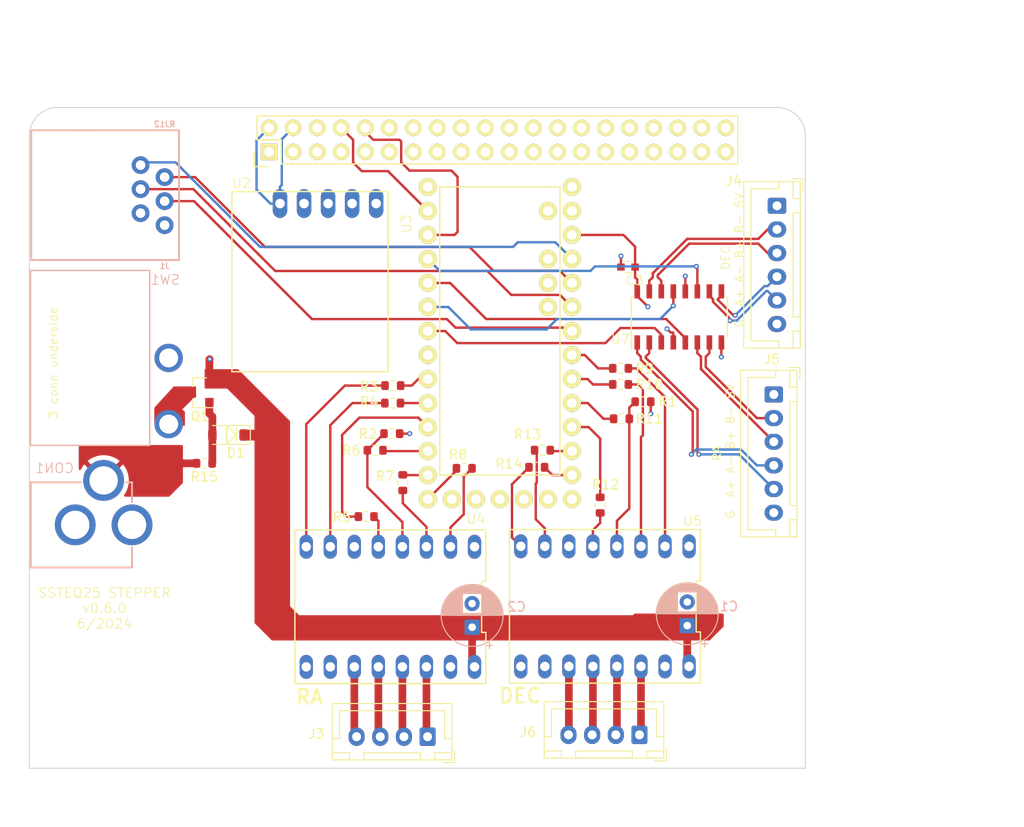
<source format=kicad_pcb>
(kicad_pcb (version 20240108) (generator "pcbnew") (generator_version "8.0")
  (title_block (title "SSTEQ25 Shield") (date "2024-06-08") (rev "0.6.0") (company "StarSync Trackers"))
  (layers (0 "F.Cu" signal) (1 "In1.Cu" signal) (2 "In2.Cu" signal) (31 "B.Cu" signal) (34 "B.Paste" user) (35 "F.Paste" user) (36 "B.SilkS" user "B.Silkscreen") (37 "F.SilkS" user "F.Silkscreen") (38 "B.Mask" user) (39 "F.Mask" user) (44 "Edge.Cuts" user))
  (net 0 "")
  (net 1 "+12V")
  (net 2 "GND")
  (net 3 "AG_RA-X")
  (net 4 "AG_DEC-Y")
  (net 5 "AG_DEC+Y")
  (net 6 "AG_RA+X")
  (net 7 "+5V")
  (net 8 "RPI_TX")
  (net 9 "RPI_RX")
  (net 10 "+3V3")
  (net 11 "+12C")
  (net 12 "RA_DIR")
  (net 13 "RA_STEP")
  (net 20 "DEC_STEP")
  (net 21 "DEC_DIR")
  (net 24 "RA_ENC_A")
  (net 25 "DEC_ENC_A")
  (net 26 "RA_ENC_B")
  (net 27 "DEC_ENC_B")
  (net 28 "RA_ENC_A+")
  (net 29 "RA_ENC_A-")
  (net 30 "RA_ENC_B+")
  (net 31 "RA_ENC_B-")
  (net 32 "DEC_ENC_A+")
  (net 33 "DEC_ENC_A-")
  (net 34 "DEC_ENC_B+")
  (net 35 "DEC_ENC_B-")
  (net 58 "Net-(J3-Pin_1)")
  (net 59 "Net-(J3-Pin_4)")
  (net 60 "Net-(J3-Pin_3)")
  (net 61 "Net-(J3-Pin_2)")
  (net 62 "Net-(J6-Pin_4)")
  (net 63 "Net-(J6-Pin_3)")
  (net 64 "Net-(J6-Pin_2)")
  (net 65 "Net-(J6-Pin_1)")
  (net 66 "Net-(Q1-D)")
  (net 74 "DEC_CS")
  (net 75 "RA_CS")
  (net 82 "Net-(D1-A)")
  (net 83 "Net-(U3-11(DOUT))")
  (net 84 "Net-(U3-12(DIN))")
  (net 85 "Net-(U3-18{slash}A4)")
  (net 86 "Net-(U3-7(RX3))")
  (net 87 "Net-(U3-8(TX3))")
  (net 88 "Net-(U3-9(RX2))")
  (net 89 "RA_MISO")
  (net 90 "Net-(U3-10(CS)(TX2))")
  (net 91 "RA_SCK")
  (net 92 "RA_MOSI")
  (net 93 "Net-(U3-19{slash}A5)")
  (net 94 "DEC_SCK")
  (net 95 "Net-(U3-17{slash}A3)")
  (net 96 "Net-(U3-16{slash}A2)")
  (net 97 "DEC_MISO")
  (net 98 "Net-(U3-15{slash}A1)")
  (net 99 "Net-(U3-14{slash}A0)")
  (net 101 "DEC_MOSI")
  (footprint "RPi_Hat:RPi_Hat_Mounting_Hole" (layer "F.Cu") (at 177.2605 69.532)
    (property "Reference" "" (hide yes))
    (property "Value" "" (hide yes))
  )
  (footprint "RPi_Hat:RPi_Hat_Mounting_Hole" (layer "F.Cu") (at 119.2605 69.532)
    (property "Reference" "" (hide yes))
    (property "Value" "" (hide yes))
  )
  (footprint "RPi_Hat:RPi_Hat_Mounting_Hole" (layer "F.Cu") (at 119.2605 118.532)
    (property "Reference" "" (hide yes))
    (property "Value" "" (hide yes))
  )
  (footprint "RPi_Hat:RPi_Hat_Mounting_Hole" (layer "F.Cu") (at 177.2605 118.532)
    (property "Reference" "" (hide yes))
    (property "Value" "" (hide yes))
  )
  (footprint "RPi_Hat:Pin_Header_Straight_2x20" (layer "F.Cu") (at 148.2605 69.532 90)
    (property "Reference" "J2" (hide yes))
    (property "Value" "RPi_GPIO")
  )
  (footprint "custom_footprints:Teensy-3.1" (layer "F.Cu") (at 140.9 77.04 -90)
    (property "Reference" "U3")
    (property "Value" "Teensy_4.0")
  )
  (footprint "Capacitors_SMD:C_0603" (layer "F.Cu") (at 162.06 82.98)
    (property "Reference" "C3")
    (property "Value" "0.1u")
  )
  (footprint "isadore_custom_footprints:pololu_D24V22F5" (layer "F.Cu") (at 130.3655 76.2635 180)
    (property "Reference" "U2")
    (property "Value" "pololu_D24V22F5")
  )
  (footprint "Housings_SOIC:SOIC-16_3.9x9.9mm_Pitch1.27mm" (layer "F.Cu") (at 167.48 88.25 90)
    (property "Reference" "U7")
    (property "Value" "AM26LV32CDRG4")
  )
  (footprint "custom_footprints:pololu_a4988" (layer "F.Cu") (at 159.62 118.855 180)
    (property "Reference" "U5")
    (property "Value" "TMC5160Tprov10")
  )
  (footprint "Connector_JST:JST_XH_B6B-XH-A_1x06_P2.50mm_Vertical" (layer "F.Cu") (at 177.8 76.5 -90)
    (property "Reference" "J4")
    (property "Value" "DEC_ENC")
  )
  (footprint "Connector_JST:JST_XH_B6B-XH-A_1x06_P2.50mm_Vertical" (layer "F.Cu") (at 177.463 96.451 -90)
    (property "Reference" "J5")
    (property "Value" "RA_ENC")
  )
  (footprint "Package_TO_SOT_SMD:SOT-23" (layer "F.Cu") (at 116.824 96.266 180)
    (property "Reference" "Q1")
    (property "Value" "Si2369DS")
  )
  (footprint "custom_footprints:pololu_a4988" (layer "F.Cu") (at 136.95 118.9 180)
    (property "Reference" "U4")
    (property "Value" "TMC5160Tprov10")
  )
  (footprint "Resistor_SMD:R_0603_1608Metric" (layer "F.Cu") (at 137.19 97.36)
    (property "Reference" "R4")
    (property "Value" "47")
  )
  (footprint "Connector_JST:JST_XH_B4B-XH-A_1x04_P2.50mm_Vertical" (layer "F.Cu") (at 140.881 132.633 180)
    (property "Reference" "J3")
    (property "Value" "RA_STEP")
  )
  (footprint "Diode_SMD:D_SOD-123" (layer "F.Cu") (at 119.7875 100.73 180)
    (property "Reference" "D1")
    (property "Value" "10V")
  )
  (footprint "Resistor_SMD:R_0603_1608Metric" (layer "F.Cu") (at 138.26 105.77 -90)
    (property "Reference" "R7")
    (property "Value" "47")
  )
  (footprint "Resistor_SMD:R_0603_1608Metric" (layer "F.Cu") (at 161.37 99.02)
    (property "Reference" "R11")
    (property "Value" "47")
  )
  (footprint "Resistor_SMD:R_0603_1608Metric" (layer "F.Cu") (at 137.21 95.51)
    (property "Reference" "R3")
    (property "Value" "47")
  )
  (footprint "Resistor_SMD:R_0603_1608Metric" (layer "F.Cu") (at 135.34 102.35 180)
    (property "Reference" "R6")
    (property "Value" "47")
  )
  (footprint "Resistor_SMD:R_0603_1608Metric" (layer "F.Cu") (at 153.015 102.34 180)
    (property "Reference" "R13")
    (property "Value" "47")
  )
  (footprint "Resistor_SMD:R_0603_1608Metric" (layer "F.Cu") (at 117.29 103.73 180)
    (property "Reference" "R15")
    (property "Value" "100k")
  )
  (footprint "Resistor_SMD:R_0603_1608Metric" (layer "F.Cu") (at 159.12 108.15 -90)
    (property "Reference" "R12")
    (property "Value" "47")
  )
  (footprint "Resistor_SMD:R_0603_1608Metric" (layer "F.Cu") (at 137.1 100.59 180)
    (property "Reference" "R2")
    (property "Value" "4.7k")
  )
  (footprint "Resistor_SMD:R_0603_1608Metric" (layer "F.Cu") (at 163.64 97.22 180)
    (property "Reference" "R1")
    (property "Value" "4.7k")
  )
  (footprint "Resistor_SMD:R_0603_1608Metric" (layer "F.Cu") (at 161.27 95.39)
    (property "Reference" "R10")
    (property "Value" "47")
  )
  (footprint "Resistor_SMD:R_0603_1608Metric" (layer "F.Cu") (at 144.75 104.26 180)
    (property "Reference" "R8")
    (property "Value" "47")
  )
  (footprint "Resistor_SMD:R_0603_1608Metric" (layer "F.Cu") (at 134.39 109.36 180)
    (property "Reference" "R5")
    (property "Value" "47")
  )
  (footprint "Connector_JST:JST_XH_B4B-XH-A_1x04_P2.50mm_Vertical" (layer "F.Cu") (at 163.2705 132.438 180)
    (property "Reference" "J6")
    (property "Value" "DEC_STEP")
  )
  (footprint "Resistor_SMD:R_0603_1608Metric" (layer "F.Cu") (at 152.42 104.15 180)
    (property "Reference" "R14")
    (property "Value" "47")
  )
  (footprint "Resistor_SMD:R_0603_1608Metric" (layer "F.Cu") (at 161.27 93.69)
    (property "Reference" "R9")
    (property "Value" "47")
  )
  (footprint "isadore_custom_footprints:POWER_JACK_PTH" (layer "B.Cu") (at 95.9485 110.236 90)
    (property "Reference" "CON1")
    (property "Value" "BARREL_JACK" (hide yes))
  )
  (footprint "Sparkfuncon:RJ11-6" (layer "B.Cu") (at 104.2035 75.3745 90)
    (property "Reference" "J1")
    (property "Value" "RJ12")
  )
  (footprint "custom_footprints:PWR_SWITCH_RA1H1C112R" (layer "B.Cu") (at 105.2195 92.583 -90)
    (property "Reference" "SW1")
    (property "Value" "SW_SPST" (hide yes))
  )
  (footprint "Capacitor_THT:CP_Radial_D6.3mm_P2.50mm" (layer "B.Cu") (at 168.3195 120.889 90)
    (property "Reference" "C1")
    (property "Value" "100u/35V")
  )
  (footprint "Capacitor_THT:CP_Radial_D6.3mm_P2.50mm" (layer "B.Cu") (at 145.586 121.059 90)
    (property "Reference" "C2")
    (property "Value" "100u/35V")
  )
  (gr_poly (pts (xy 115.14 99.67) (xy 115.14 98.33) (xy 114.83 98.02) (xy 116.16 96.69) (xy 116.31 96.69) (xy 116.32 96.68) (xy 116.32 95.7) (xy 114.1 95.7) (xy 112.1 97.89) (xy 112.102862 99.467138)) (stroke (width 0.2)) (fill solid) (layer "F.Cu") (net 66))
  (gr_poly (pts (xy 120.81 93.87) (xy 126.25 99.31) (xy 126.25 118.88) (xy 127.26 119.89) (xy 162.61 119.89) (xy 162.79 119.71) (xy 172.07 119.71) (xy 172.07 120.94) (xy 170.65 122.36) (xy 124.47 122.36) (xy 122.69 120.58) (xy 122.69 103.98) (xy 122.69 101.22) (xy 121.172785 101.22) (xy 121.172785 100.27) (xy 122.69 100.27) (xy 122.69 98.68) (xy 119.74 95.73) (xy 117.44 95.73) (xy 117.42 95.71) (xy 117.42 93.86) (xy 117.43 93.87)) (stroke (width 0.2)) (fill solid) (layer "F.Cu") (net 11))
  (gr_line (start 119.66 99.73) (end 120.67 100.74) (stroke (width 0.15)) (layer "F.SilkS"))
  (gr_line (start 120.68 100) (end 120.68 101.35) (stroke (width 0.15)) (layer "F.SilkS"))
  (gr_line (start 120.68 100.675) (end 119.66 101.695) (stroke (width 0.15)) (layer "F.SilkS"))
  (gr_line (start 119.66 101.695) (end 119.66 99.73) (stroke (width 0.15)) (layer "F.SilkS"))
  (gr_line (start 101.8 66.1) (end 177.8 66.1) (stroke (width 0.1)) (layer "Edge.Cuts"))
  (gr_line (start 180.8 69.1) (end 180.8 119.1) (stroke (width 0.1)) (layer "Edge.Cuts"))
  (gr_line (start 98.8 119.1) (end 98.8 69.1) (stroke (width 0.1)) (layer "Edge.Cuts"))
  (gr_line (start 180.8 119.1) (end 180.8 130.5) (stroke (width 0.1)) (layer "Edge.Cuts"))
  (gr_line (start 180.8 135.97) (end 180.8 130.5) (stroke (width 0.1)) (layer "Edge.Cuts"))
  (gr_line (start 98.8 135.97) (end 180.8 135.97) (stroke (width 0.1)) (layer "Edge.Cuts"))
  (gr_line (start 98.8 119.1) (end 98.8 130.5) (stroke (width 0.1)) (layer "Edge.Cuts"))
  (gr_arc (start 98.8 69.1) (mid 99.67868 66.97868) (end 101.8 66.1) (stroke (width 0.1)) (layer "Edge.Cuts"))
  (gr_arc (start 177.8 66.1) (mid 179.92132 66.97868) (end 180.8 69.1) (stroke (width 0.1)) (layer "Edge.Cuts"))
  (gr_line (start 98.8 130.5) (end 98.8 135.97) (stroke (width 0.1)) (layer "Edge.Cuts"))
  (gr_text "SSTEQ25 STEPPER\nv0.6.0\n6/2024" (at 106.7435 119.0625 0) (layer "F.SilkS") (effects (font (size 1.016 1.016) (thickness 0.1016))))
  (gr_text "3 conn underside" (at 101.346 93.091 90) (layer "F.SilkS") (effects (font (size 0.889 0.889) (thickness 0.1016))))
  (gr_text "RA" (at 128.406 128.433 0) (layer "F.SilkS") (effects (font (size 1.524 1.524) (thickness 0.254))))
  (gr_text "         RA\nG  A+ A- B+ B- 5V" (at 173.4 109.66 90) (layer "F.SilkS") (effects (font (size 0.889 0.889) (thickness 0.1016)) (justify left bottom)))
  (gr_text "DEC" (at 150.6455 128.313 0) (layer "F.SilkS") (effects (font (size 1.524 1.524) (thickness 0.254))))
  (gr_text "         DEC\nG  A+ A- B+ B- 5V" (at 173.101 89.454 90) (layer "F.SilkS") (effects (font (size 0.889 0.889) (thickness 0.1016)) (justify left)))
  (segment (start 113.4 103.74) (end 115.06 103.74) (width 0.8128) (layer "F.Cu") (net 2))
  (segment (start 115.06 103.74) (end 115.08 103.72) (width 0.8128) (layer "F.Cu") (net 2))
  (segment (start 168.115 83.945) (end 168.11 83.94) (width 0.254) (layer "F.Cu") (net 2))
  (segment (start 161.31 82.98) (end 161.31 81.82) (width 0.254) (layer "F.Cu") (net 2))
  (segment (start 113.41 103.73) (end 113.4 103.74) (width 0.8128) (layer "F.Cu") (net 2))
  (segment (start 168.115 85.55) (end 168.115 83.945) (width 0.254) (layer "F.Cu") (net 2))
  (segment (start 161.31 81.82) (end 161.32 81.81) (width 0.254) (layer "F.Cu") (net 2))
  (segment (start 116.465 103.73) (end 113.41 103.73) (width 0.8128) (layer "F.Cu") (net 2))
  (segment (start 171.925 90.95) (end 171.925 92.475) (width 0.254) (layer "F.Cu") (net 2))
  (segment (start 171.925 92.475) (end 171.92 92.48) (width 0.254) (layer "F.Cu") (net 2))
  (via (at 168.11 83.94) (size 0.5334) (drill 0.254) (layers "F.Cu" "B.Cu") (net 2))
  (via (at 171.92 92.48) (size 0.5334) (drill 0.254) (layers "F.Cu" "B.Cu") (net 2))
  (via (at 161.32 81.81) (size 0.5334) (drill 0.254) (layers "F.Cu" "B.Cu") (net 2))
  (segment (start 156.14 89.74) (end 155.7844 89.3844) (width 0.254) (layer "F.Cu") (net 3))
  (segment (start 155.7844 89.3844) (end 143.8244 89.3844) (width 0.254) (layer "F.Cu") (net 3))
  (segment (start 116.1995 76.0095) (end 113.0935 76.0095) (width 0.254) (layer "F.Cu") (net 3))
  (segment (start 142.92 88.48) (end 128.67 88.48) (width 0.254) (layer "F.Cu") (net 3))
  (segment (start 128.67 88.48) (end 116.1995 76.0095) (width 0.254) (layer "F.Cu") (net 3))
  (segment (start 143.8244 89.3844) (end 142.92 88.48) (width 0.254) (layer "F.Cu") (net 3))
  (segment (start 147.19 83.39) (end 124.78 83.39) (width 0.254) (layer "F.Cu") (net 4))
  (segment (start 116.1295 74.7395) (end 110.5535 74.7395) (width 0.254) (layer "F.Cu") (net 4))
  (segment (start 124.78 83.39) (end 116.1295 74.7395) (width 0.254) (layer "F.Cu") (net 4))
  (segment (start 149.72 85.92) (end 147.19 83.39) (width 0.254) (layer "F.Cu") (net 4))
  (segment (start 154.86 85.92) (end 149.72 85.92) (width 0.254) (layer "F.Cu") (net 4))
  (segment (start 156.14 87.2) (end 154.86 85.92) (width 0.254) (layer "F.Cu") (net 4))
  (segment (start 116.3095 73.4695) (end 113.0935 73.4695) (width 0.254) (layer "F.Cu") (net 5))
  (segment (start 156.14 84.66) (end 154.85 83.37) (width 0.254) (layer "F.Cu") (net 5))
  (segment (start 154.85 83.37) (end 147.83 83.37) (width 0.254) (layer "F.Cu") (net 5))
  (segment (start 147.83 83.37) (end 145.31 80.85) (width 0.254) (layer "F.Cu") (net 5))
  (segment (start 145.31 80.85) (end 123.69 80.85) (width 0.254) (layer "F.Cu") (net 5))
  (segment (start 123.69 80.85) (end 116.3095 73.4695) (width 0.254) (layer "F.Cu") (net 5))
  (segment (start 149.93 80.84) (end 123.17 80.84) (width 0.254) (layer "B.Cu") (net 6))
  (segment (start 110.843 71.91) (end 110.5535 72.1995) (width 0.254) (layer "B.Cu") (net 6))
  (segment (start 123.17 80.84) (end 115.01 72.68) (width 0.254) (layer "B.Cu") (net 6))
  (segment (start 115.01 72.67) (end 114.25 71.91) (width 0.254) (layer "B.Cu") (net 6))
  (segment (start 115.01 72.68) (end 115.01 72.67) (width 0.254) (layer "B.Cu") (net 6))
  (segment (start 150.41 80.36) (end 149.93 80.84) (width 0.254) (layer "B.Cu") (net 6))
  (segment (start 156.14 82.12) (end 154.38 80.36) (width 0.254) (layer "B.Cu") (net 6))
  (segment (start 114.25 71.91) (end 110.843 71.91) (width 0.254) (layer "B.Cu") (net 6))
  (segment (start 154.38 80.36) (end 150.41 80.36) (width 0.254) (layer "B.Cu") (net 6))
  (segment (start 124.2695 76.2635) (end 122.809 74.803) (width 0.254) (layer "B.Cu") (net 7))
  (segment (start 125.476 74.295) (end 125.476 69.4565) (width 0.254) (layer "B.Cu") (net 7))
  (segment (start 122.809 74.803) (end 122.809 69.5835) (width 0.254) (layer "B.Cu") (net 7))
  (segment (start 125.476 69.4565) (end 126.6705 68.262) (width 0.254) (layer "B.Cu") (net 7))
  (segment (start 126.302 68.262) (end 126.6705 68.262) (width 0.254) (layer "B.Cu") (net 7))
  (segment (start 125.2855 74.4855) (end 125.476 74.295) (width 0.254) (layer "B.Cu") (net 7))
  (segment (start 125.2855 76.2635) (end 125.2855 74.4855) (width 0.254) (layer "B.Cu") (net 7))
  (segment (start 122.809 69.5835) (end 124.1305 68.262) (width 0.254) (layer "B.Cu") (net 7))
  (segment (start 125.2855 77.6605) (end 125.2855 76.2635) (width 0.254) (layer "B.Cu") (net 7))
  (segment (start 125.2855 76.2635) (end 124.2695 76.2635) (width 0.254) (layer "B.Cu") (net 7))
  (segment (start 124.1305 68.262) (end 123.889 68.262) (width 0.254) (layer "B.Cu") (net 7))
  (segment (start 140.9 77.04) (end 136.7 72.84) (width 0.254) (layer "F.Cu") (net 8))
  (segment (start 136.7 72.84) (end 133.93 72.84) (width 0.254) (layer "F.Cu") (net 8))
  (segment (start 133.93 72.84) (end 133.01 71.92) (width 0.254) (layer "F.Cu") (net 8))
  (segment (start 133.01 69.5215) (end 131.7505 68.262) (width 0.254) (layer "F.Cu") (net 8))
  (segment (start 133.01 71.92) (end 133.01 69.5215) (width 0.254) (layer "F.Cu") (net 8))
  (segment (start 138.09 69.7) (end 137.91 69.52) (width 0.254) (layer "F.Cu") (net 9))
  (segment (start 144.05 79.26) (end 144.05 73.46) (width 0.254) (layer "F.Cu") (net 9))
  (segment (start 144.05 73.46) (end 143.95 73.36) (width 0.254) (layer "F.Cu") (net 9))
  (segment (start 143.73 79.58) (end 144.05 79.26) (width 0.254) (layer "F.Cu") (net 9))
  (segment (start 143.95 73.36) (end 143.95 73.33) (width 0.254) (layer "F.Cu") (net 9))
  (segment (start 135.14 69.52) (end 134.2905 68.6705) (width 0.254) (layer "F.Cu") (net 9))
  (segment (start 134.2905 68.6705) (end 134.2905 68.262) (width 0.254) (layer "F.Cu") (net 9))
  (segment (start 140.9 79.58) (end 143.73 79.58) (width 0.254) (layer "F.Cu") (net 9))
  (segment (start 137.91 69.52) (end 135.14 69.52) (width 0.254) (layer "F.Cu") (net 9))
  (segment (start 143.4 72.78) (end 138.97 72.78) (width 0.254) (layer "F.Cu") (net 9))
  (segment (start 138.97 72.78) (end 138.09 71.9) (width 0.254) (layer "F.Cu") (net 9))
  (segment (start 143.95 73.33) (end 143.4 72.78) (width 0.254) (layer "F.Cu") (net 9))
  (segment (start 138.09 71.9) (end 138.09 69.7) (width 0.254) (layer "F.Cu") (net 9))
  (segment (start 162.81 82.98) (end 162.81 80.82) (width 0.254) (layer "F.Cu") (net 10))
  (segment (start 162.81 82.98) (end 162.81 84.07) (width 0.254) (layer "F.Cu") (net 10))
  (segment (start 162.81 80.82) (end 161.57 79.58) (width 0.254) (layer "F.Cu") (net 10))
  (segment (start 163.035 85.55) (end 163.035 86.045) (width 0.254) (layer "F.Cu") (net 10))
  (segment (start 166.57 89.9) (end 166.79 89.9) (width 0.254) (layer "F.Cu") (net 10))
  (segment (start 163.035 86.045) (end 164.16 87.17) (width 0.254) (layer "F.Cu") (net 10))
  (segment (start 164.465 98.485) (end 164.46 98.49) (width 0.254) (layer "F.Cu") (net 10))
  (segment (start 166.18 89.51) (end 166.57 89.9) (width 0.254) (layer "F.Cu") (net 10))
  (segment (start 166.79 89.9) (end 166.845 89.955) (width 0.254) (layer "F.Cu") (net 10))
  (segment (start 166.845 89.955) (end 166.845 90.95) (width 0.254) (layer "F.Cu") (net 10))
  (segment (start 163.035 84.295) (end 163.035 85.55) (width 0.254) (layer "F.Cu") (net 10))
  (segment (start 163.02 85.535) (end 163.035 85.55) (width 0.254) (layer "F.Cu") (net 10))
  (segment (start 162.81 84.07) (end 163.035 84.295) (width 0.254) (layer "F.Cu") (net 10))
  (segment (start 164.465 97.22) (end 164.465 98.485) (width 0.254) (layer "F.Cu") (net 10))
  (segment (start 138.99 100.59) (end 137.925 100.59) (width 0.254) (layer "F.Cu") (net 10))
  (segment (start 161.57 79.58) (end 156.14 79.58) (width 0.254) (layer "F.Cu") (net 10))
  (via (at 164.16 87.17) (size 0.5334) (drill 0.254) (layers "F.Cu" "B.Cu") (net 10))
  (via (at 138.99 100.59) (size 0.5334) (drill 0.254) (layers "F.Cu" "B.Cu") (net 10))
  (via (at 164.46 98.49) (size 0.5334) (drill 0.254) (layers "F.Cu" "B.Cu") (net 10))
  (via (at 166.18 89.51) (size 0.5334) (drill 0.254) (layers "F.Cu" "B.Cu") (net 10))
  (segment (start 145.586 121.059) (end 145.586 124.996) (width 0.8128) (layer "F.Cu") (net 11))
  (segment (start 145.586 124.996) (end 145.84 125.25) (width 0.8128) (layer "F.Cu") (net 11))
  (segment (start 117.824 95.316) (end 117.824 92.742) (width 0.8128) (layer "F.Cu") (net 11))
  (segment (start 168.3195 120.889) (end 168.3195 125.0145) (width 0.8128) (layer "F.Cu") (net 11))
  (segment (start 168.3195 125.0145) (end 168.51 125.205) (width 0.8128) (layer "F.Cu") (net 11))
  (segment (start 117.824 92.742) (end 117.856 92.71) (width 0.8128) (layer "F.Cu") (net 11))
  (via (at 117.856 92.71) (size 0.5334) (drill 0.254) (layers "F.Cu" "B.Cu") (net 11))
  (segment (start 128.06 99.59) (end 128.06 112.55) (width 0.254) (layer "F.Cu") (net 12))
  (segment (start 136.385 95.51) (end 132.14 95.51) (width 0.254) (layer "F.Cu") (net 12))
  (segment (start 132.14 95.51) (end 128.06 99.59) (width 0.254) (layer "F.Cu") (net 12))
  (segment (start 130.6 99.72) (end 130.6 112.55) (width 0.254) (layer "F.Cu") (net 13))
  (segment (start 132.94 97.36) (end 130.59 99.71) (width 0.254) (layer "F.Cu") (net 13))
  (segment (start 130.59 99.71) (end 130.6 99.72) (width 0.254) (layer "F.Cu") (net 13))
  (segment (start 136.365 97.36) (end 132.94 97.36) (width 0.254) (layer "F.Cu") (net 13))
  (segment (start 152.42 102.57) (end 152.42 105.77) (width 0.254) (layer "F.Cu") (net 20))
  (segment (start 152.42 105.77) (end 152.31 105.88) (width 0.254) (layer "F.Cu") (net 20))
  (segment (start 152.31 109.64) (end 153.28 110.61) (width 0.254) (layer "F.Cu") (net 20))
  (segment (start 152.31 105.88) (end 152.31 109.64) (width 0.254) (layer "F.Cu") (net 20))
  (segment (start 152.19 102.34) (end 152.42 102.57) (width 0.254) (layer "F.Cu") (net 20))
  (segment (start 153.28 110.61) (end 153.27 110.62) (width 0.254) (layer "F.Cu") (net 20))
  (segment (start 153.27 110.62) (end 153.27 112.505) (width 0.254) (layer "F.Cu") (net 20))
  (segment (start 149.8 111.575) (end 150.73 112.505) (width 0.254) (layer "F.Cu") (net 21))
  (segment (start 149.8 105.945) (end 149.8 111.575) (width 0.254) (layer "F.Cu") (net 21))
  (segment (start 151.595 104.15) (end 149.8 105.945) (width 0.254) (layer "F.Cu") (net 21))
  (segment (start 159.67 91.02) (end 161.26 89.43) (width 0.254) (layer "F.Cu") (net 24))
  (segment (start 164.88 89.43) (end 165.575 90.125) (width 0.254) (layer "F.Cu") (net 24))
  (segment (start 144.02 91.02) (end 159.67 91.02) (width 0.254) (layer "F.Cu") (net 24))
  (segment (start 165.575 90.125) (end 165.575 90.95) (width 0.254) (layer "F.Cu") (net 24))
  (segment (start 142.74 89.74) (end 144.02 91.02) (width 0.254) (layer "F.Cu") (net 24))
  (segment (start 161.26 89.43) (end 164.88 89.43) (width 0.254) (layer "F.Cu") (net 24))
  (segment (start 140.9 89.74) (end 142.74 89.74) (width 0.254) (layer "F.Cu") (net 24))
  (segment (start 169.385 83.015) (end 169.385 85.55) (width 0.254) (layer "F.Cu") (net 25))
  (segment (start 169.28 82.91) (end 169.385 83.015) (width 0.254) (layer "F.Cu") (net 25))
  (via (at 169.28 82.91) (size 0.5334) (drill 0.254) (layers "F.Cu" "B.Cu") (net 25))
  (segment (start 158.1 83.38) (end 158.57 82.91) (width 0.254) (layer "B.Cu") (net 25))
  (segment (start 158.57 82.91) (end 169.28 82.91) (width 0.254) (layer "B.Cu") (net 25))
  (segment (start 140.9 82.12) (end 142.16 83.38) (width 0.254) (layer "B.Cu") (net 25))
  (segment (start 142.16 83.38) (end 158.1 83.38) (width 0.254) (layer "B.Cu") (net 25))
  (segment (start 140.9 84.66) (end 143.26 84.66) (width 0.254) (layer "F.Cu") (net 26))
  (segment (start 166.085 88.47) (end 168.115 90.5) (width 0.254) (layer "F.Cu") (net 26))
  (segment (start 168.115 90.5) (end 168.115 90.95) (width 0.254) (layer "F.Cu") (net 26))
  (segment (start 147.07 88.47) (end 166.085 88.47) (width 0.254) (layer "F.Cu") (net 26))
  (segment (start 143.26 84.66) (end 147.07 88.47) (width 0.254) (layer "F.Cu") (net 26))
  (segment (start 166.85 87.07) (end 166.85 85.555) (width 0.254) (layer "F.Cu") (net 27))
  (segment (start 166.85 85.555) (end 166.845 85.55) (width 0.254) (layer "F.Cu") (net 27))
  (via (at 166.85 87.07) (size 0.5334) (drill 0.254) (layers "F.Cu" "B.Cu") (net 27))
  (segment (start 140.9 87.2) (end 143.07 87.2) (width 0.254) (layer "B.Cu") (net 27))
  (segment (start 165.45 88.47) (end 166.85 87.07) (width 0.254) (layer "B.Cu") (net 27))
  (segment (start 145.44 89.57) (end 153.46 89.57) (width 0.254) (layer "B.Cu") (net 27))
  (segment (start 154.56 88.47) (end 165.45 88.47) (width 0.254) (layer "B.Cu") (net 27))
  (segment (start 153.46 89.57) (end 154.56 88.47) (width 0.254) (layer "B.Cu") (net 27))
  (segment (start 143.07 87.2) (end 145.44 89.57) (width 0.254) (layer "B.Cu") (net 27))
  (segment (start 169.404001 98.044789) (end 169.404001 102.640301) (width 0.254) (layer "F.Cu") (net 28))
  (segment (start 163.924 92.564788) (end 169.404001 98.044789) (width 0.254) (layer "F.Cu") (net 28))
  (segment (start 163.924 92.456001) (end 163.924 92.564788) (width 0.254) (layer "F.Cu") (net 28))
  (segment (start 164.305 90.95) (end 164.305 92.075001) (width 0.254) (layer "F.Cu") (net 28))
  (segment (start 164.305 92.075001) (end 163.924 92.456001) (width 0.254) (layer "F.Cu") (net 28))
  (segment (start 169.404001 102.640301) (end 169.5437 102.78) (width 0.254) (layer "F.Cu") (net 28))
  (via (at 169.5437 102.78) (size 0.5334) (drill 0.254) (layers "F.Cu" "B.Cu") (net 28))
  (segment (start 169.5437 102.78) (end 173.792 102.78) (width 0.254) (layer "B.Cu") (net 28))
  (segment (start 173.792 102.78) (end 177.463 106.451) (width 0.254) (layer "B.Cu") (net 28))
  (segment (start 163.416 92.775212) (end 168.895999 98.255211) (width 0.254) (layer "F.Cu") (net 29))
  (segment (start 168.895999 102.640301) (end 168.7563 102.78) (width 0.254) (layer "F.Cu") (net 29))
  (segment (start 163.035 92.075001) (end 163.416 92.456001) (width 0.254) (layer "F.Cu") (net 29))
  (segment (start 163.035 90.95) (end 163.035 92.075001) (width 0.254) (layer "F.Cu") (net 29))
  (segment (start 163.416 92.456001) (end 163.416 92.775212) (width 0.254) (layer "F.Cu") (net 29))
  (segment (start 168.895999 98.255211) (end 168.895999 102.640301) (width 0.254) (layer "F.Cu") (net 29))
  (via (at 168.7563 102.78) (size 0.5334) (drill 0.254) (layers "F.Cu" "B.Cu") (net 29))
  (segment (start 169.2643 102.272) (end 174.002421 102.272) (width 0.254) (layer "B.Cu") (net 29))
  (segment (start 168.7563 102.78) (end 169.2643 102.272) (width 0.254) (layer "B.Cu") (net 29))
  (segment (start 175.681421 103.951) (end 177.463 103.951) (width 0.254) (layer "B.Cu") (net 29))
  (segment (start 174.002421 102.272) (end 175.681421 103.951) (width 0.254) (layer "B.Cu") (net 29))
  (segment (start 169.385 90.95) (end 169.385 92.075001) (width 0.254) (layer "F.Cu") (net 30))
  (segment (start 169.385 92.075001) (end 169.766 92.456001) (width 0.254) (layer "F.Cu") (net 30))
  (segment (start 169.766 93.754) (end 177.463 101.451) (width 0.254) (layer "F.Cu") (net 30))
  (segment (start 169.766 92.456001) (end 169.766 93.754) (width 0.254) (layer "F.Cu") (net 30))
  (segment (start 175.681421 98.951) (end 177.463 98.951) (width 0.254) (layer "F.Cu") (net 31))
  (segment (start 170.274 93.543579) (end 175.681421 98.951) (width 0.254) (layer "F.Cu") (net 31))
  (segment (start 170.655 92.075001) (end 170.274 92.456001) (width 0.254) (layer "F.Cu") (net 31))
  (segment (start 170.655 90.95) (end 170.655 92.075001) (width 0.254) (layer "F.Cu") (net 31))
  (segment (start 170.274 92.456001) (end 170.274 93.543579) (width 0.254) (layer "F.Cu") (net 31))
  (segment (start 172.831612 88.440823) (end 172.831612 88.638388) (width 0.254) (layer "F.Cu") (net 32))
  (segment (start 171.036 86.381) (end 171.036 86.645211) (width 0.254) (layer "F.Cu") (net 32))
  (segment (start 170.655 85.55) (end 170.655 86) (width 0.254) (layer "F.Cu") (net 32))
  (segment (start 170.655 86) (end 171.036 86.381) (width 0.254) (layer "F.Cu") (net 32))
  (segment (start 171.036 86.645211) (end 172.831612 88.440823) (width 0.254) (layer "F.Cu") (net 32))
  (via (at 172.831612 88.638388) (size 0.5334) (drill 0.254) (layers "F.Cu" "B.Cu") (net 32))
  (segment (start 173.550034 88.638388) (end 176.684421 85.504001) (width 0.254) (layer "B.Cu") (net 32))
  (segment (start 172.831612 88.638388) (end 173.550034 88.638388) (width 0.254) (layer "B.Cu") (net 32))
  (segment (start 176.804001 85.504001) (end 177.8 86.5) (width 0.254) (layer "B.Cu") (net 32))
  (segment (start 176.684421 85.504001) (end 176.804001 85.504001) (width 0.254) (layer "B.Cu") (net 32))
  (segment (start 171.544 86.434789) (end 173.190823 88.081612) (width 0.254) (layer "F.Cu") (net 33))
  (segment (start 171.925 85.55) (end 171.925 86) (width 0.254) (layer "F.Cu") (net 33))
  (segment (start 171.544 86.381) (end 171.544 86.434789) (width 0.254) (layer "F.Cu") (net 33))
  (segment (start 173.190823 88.081612) (end 173.388388 88.081612) (width 0.254) (layer "F.Cu") (net 33))
  (segment (start 171.925 86) (end 171.544 86.381) (width 0.254) (layer "F.Cu") (net 33))
  (via (at 173.388388 88.081612) (size 0.5334) (drill 0.254) (layers "F.Cu" "B.Cu") (net 33))
  (segment (start 173.388388 88.081612) (end 176.474001 84.995999) (width 0.254) (layer "B.Cu") (net 33))
  (segment (start 176.804001 84.995999) (end 177.8 84) (width 0.254) (layer "B.Cu") (net 33))
  (segment (start 176.474001 84.995999) (end 176.804001 84.995999) (width 0.254) (layer "B.Cu") (net 33))
  (segment (start 176.825 81.5) (end 177.8 81.5) (width 0.254) (layer "F.Cu") (net 34))
  (segment (start 175.829 80.504) (end 176.825 81.5) (width 0.254) (layer "F.Cu") (net 34))
  (segment (start 165.575 85.55) (end 165.575 84.424999) (width 0.254) (layer "F.Cu") (net 34))
  (segment (start 165.575 84.424999) (end 165.194 84.043999) (width 0.254) (layer "F.Cu") (net 34))
  (segment (start 165.194 83.835212) (end 168.525212 80.504) (width 0.254) (layer "F.Cu") (net 34))
  (segment (start 168.525212 80.504) (end 175.829 80.504) (width 0.254) (layer "F.Cu") (net 34))
  (segment (start 165.194 84.043999) (end 165.194 83.835212) (width 0.254) (layer "F.Cu") (net 34))
  (segment (start 164.305 84.424999) (end 164.686 84.043999) (width 0.254) (layer "F.Cu") (net 35))
  (segment (start 168.314788 79.996) (end 175.829 79.996) (width 0.254) (layer "F.Cu") (net 35))
  (segment (start 164.305 85.55) (end 164.305 84.424999) (width 0.254) (layer "F.Cu") (net 35))
  (segment (start 164.686 84.043999) (end 164.686 83.624788) (width 0.254) (layer "F.Cu") (net 35))
  (segment (start 164.686 83.624788) (end 168.314788 79.996) (width 0.254) (layer "F.Cu") (net 35))
  (segment (start 176.825 79) (end 177.8 79) (width 0.254) (layer "F.Cu") (net 35))
  (segment (start 175.829 79.996) (end 176.825 79) (width 0.254) (layer "F.Cu") (net 35))
  (segment (start 140.76 132.512) (end 140.881 132.633) (width 0.8128) (layer "F.Cu") (net 58))
  (segment (start 140.76 125.25) (end 140.76 132.512) (width 0.8128) (layer "F.Cu") (net 58))
  (segment (start 133.14 132.392) (end 133.381 132.633) (width 0.8128) (layer "F.Cu") (net 59))
  (segment (start 133.14 125.25) (end 133.14 132.392) (width 0.8128) (layer "F.Cu") (net 59))
  (segment (start 135.68 132.432) (end 135.881 132.633) (width 0.8128) (layer "F.Cu") (net 60))
  (segment (start 135.68 125.25) (end 135.68 132.432) (width 0.8128) (layer "F.Cu") (net 60))
  (segment (start 138.22 125.25) (end 138.22 132.472) (width 0.8128) (layer "F.Cu") (net 61))
  (segment (start 138.22 132.472) (end 138.381 132.633) (width 0.8128) (layer "F.Cu") (net 61))
  (segment (start 155.81 132.3985) (end 155.7705 132.438) (width 0.8128) (layer "F.Cu") (net 62))
  (segment (start 155.81 125.205) (end 155.81 132.3985) (width 0.8128) (layer "F.Cu") (net 62))
  (segment (start 158.35 125.205) (end 158.35 132.3585) (width 0.8128) (layer "F.Cu") (net 63))
  (segment (start 158.35 132.3585) (end 158.2705 132.438) (width 0.8128) (layer "F.Cu") (net 63))
  (segment (start 160.89 132.3185) (end 160.7705 132.438) (width 0.8128) (layer "F.Cu") (net 64))
  (segment (start 160.89 125.205) (end 160.89 132.3185) (width 0.8128) (layer "F.Cu") (net 64))
  (segment (start 163.43 132.2785) (end 163.2705 132.438) (width 0.8128) (layer "F.Cu") (net 65))
  (segment (start 163.43 125.205) (end 163.43 132.2785) (width 0.8128) (layer "F.Cu") (net 65))
  (segment (start 113.5195 99.583) (end 113.5195 98.5705) (width 0.508) (layer "F.Cu") (net 66))
  (segment (start 162.195 99.02) (end 162.195 97.84) (width 0.254) (layer "F.Cu") (net 74))
  (segment (start 160.89 109.81) (end 160.89 112.505) (width 0.254) (layer "F.Cu") (net 74))
  (segment (start 162.195 97.84) (end 162.815 97.22) (width 0.254) (layer "F.Cu") (net 74))
  (segment (start 162.195 99.02) (end 162.195 108.505) (width 0.254) (layer "F.Cu") (net 74))
  (segment (start 162.195 108.505) (end 160.89 109.81) (width 0.254) (layer "F.Cu") (net 74))
  (segment (start 138.22 112.55) (end 138.22 109.95) (width 0.254) (layer "F.Cu") (net 75))
  (segment (start 134.515 106.245) (end 134.515 102.35) (width 0.254) (layer "F.Cu") (net 75))
  (segment (start 136.275 100.59) (end 134.515 102.35) (width 0.254) (layer "F.Cu") (net 75))
  (segment (start 138.22 109.95) (end 134.515 106.245) (width 0.254) (layer "F.Cu") (net 75))
  (segment (start 118.1375 100.73) (end 118.1375 103.7075) (width 0.8128) (layer "F.Cu") (net 82))
  (segment (start 118.1375 103.7075) (end 118.115 103.73) (width 0.8128) (layer "F.Cu") (net 82))
  (segment (start 118.1375 100.73) (end 118.1375 98.7875) (width 0.8128) (layer "F.Cu") (net 82))
  (segment (start 118.1375 98.7875) (end 117.824 98.474) (width 0.8128) (layer "F.Cu") (net 82))
  (segment (start 117.824 98.474) (end 117.824 97.216) (width 0.8128) (layer "F.Cu") (net 82))
  (segment (start 140.9 104.98) (end 138.295 104.98) (width 0.254) (layer "F.Cu") (net 83))
  (segment (start 138.295 104.98) (end 138.26 104.945) (width 0.254) (layer "F.Cu") (net 83))
  (segment (start 143.925 104.495) (end 143.925 104.26) (width 0.254) (layer "F.Cu") (net 84))
  (segment (start 140.9 107.52) (end 143.925 104.495) (width 0.254) (layer "F.Cu") (net 84))
  (segment (start 158.36 95.39) (end 157.79 94.82) (width 0.254) (layer "F.Cu") (net 85))
  (segment (start 160.445 95.39) (end 158.36 95.39) (width 0.254) (layer "F.Cu") (net 85))
  (segment (start 157.79 94.82) (end 156.14 94.82) (width 0.254) (layer "F.Cu") (net 85))
  (segment (start 139.21 95.51) (end 138.035 95.51) (width 0.254) (layer "F.Cu") (net 86))
  (segment (start 140.9 94.82) (end 139.9 94.82) (width 0.254) (layer "F.Cu") (net 86))
  (segment (start 139.9 94.82) (end 139.21 95.51) (width 0.254) (layer "F.Cu") (net 86))
  (segment (start 140.9 97.36) (end 138.015 97.36) (width 0.254) (layer "F.Cu") (net 87))
  (segment (start 131.85 100.73) (end 131.85 108.84) (width 0.254) (layer "F.Cu") (net 88))
  (segment (start 133.68 98.9) (end 131.85 100.73) (width 0.254) (layer "F.Cu") (net 88))
  (segment (start 132.37 109.36) (end 133.565 109.36) (width 0.254) (layer "F.Cu") (net 88))
  (segment (start 131.85 108.84) (end 132.37 109.36) (width 0.254) (layer "F.Cu") (net 88))
  (segment (start 139.9 98.9) (end 133.68 98.9) (width 0.254) (layer "F.Cu") (net 88))
  (segment (start 140.9 99.9) (end 139.9 98.9) (width 0.254) (layer "F.Cu") (net 88))
  (segment (start 135.68 112.55) (end 135.68 109.825) (width 0.254) (layer "F.Cu") (net 89))
  (segment (start 135.68 109.825) (end 135.215 109.36) (width 0.254) (layer "F.Cu") (net 89))
  (segment (start 140.9 102.44) (end 136.255 102.44) (width 0.254) (layer "F.Cu") (net 90))
  (segment (start 136.255 102.44) (end 136.165 102.35) (width 0.254) (layer "F.Cu") (net 90))
  (segment (start 138.26 107.95) (end 140.76 110.45) (width 0.254) (layer "F.Cu") (net 91))
  (segment (start 140.76 110.45) (end 140.76 112.55) (width 0.254) (layer "F.Cu") (net 91))
  (segment (start 138.26 106.595) (end 138.26 107.95) (width 0.254) (layer "F.Cu") (net 91))
  (segment (start 143.3 110.51) (end 143.3 112.55) (width 0.254) (layer "F.Cu") (net 92))
  (segment (start 144.7 109.11) (end 143.3 110.51) (width 0.254) (layer "F.Cu") (net 92))
  (segment (start 144.7 105.135) (end 144.7 109.11) (width 0.254) (layer "F.Cu") (net 92))
  (segment (start 145.575 104.26) (end 144.7 105.135) (width 0.254) (layer "F.Cu") (net 92))
  (segment (start 158.9 93.69) (end 160.445 93.69) (width 0.254) (layer "F.Cu") (net 93))
  (segment (start 156.14 92.28) (end 157.49 92.28) (width 0.254) (layer "F.Cu") (net 93))
  (segment (start 157.49 92.28) (end 158.9 93.69) (width 0.254) (layer "F.Cu") (net 93))
  (segment (start 163.63 95.83) (end 163.63 100.76) (width 0.254) (layer "F.Cu") (net 94))
  (segment (start 163.63 100.76) (end 163.43 100.96) (width 0.254) (layer "F.Cu") (net 94))
  (segment (start 163.43 100.96) (end 163.43 112.505) (width 0.254) (layer "F.Cu") (net 94))
  (segment (start 162.095 95.39) (end 163.19 95.39) (width 0.254) (layer "F.Cu") (net 94))
  (segment (start 163.19 95.39) (end 163.63 95.83) (width 0.254) (layer "F.Cu") (net 94))
  (segment (start 156.14 97.36) (end 157.81 97.36) (width 0.254) (layer "F.Cu") (net 95))
  (segment (start 157.81 97.36) (end 159.47 99.02) (width 0.254) (layer "F.Cu") (net 95))
  (segment (start 159.47 99.02) (end 160.545 99.02) (width 0.254) (layer "F.Cu") (net 95))
  (segment (start 159.12 107.325) (end 159.12 101.12) (width 0.254) (layer "F.Cu") (net 96))
  (segment (start 159.12 101.12) (end 157.9 99.9) (width 0.254) (layer "F.Cu") (net 96))
  (segment (start 157.9 99.9) (end 156.14 99.9) (width 0.254) (layer "F.Cu") (net 96))
  (segment (start 158.35 110.8) (end 159.12 110.03) (width 0.254) (layer "F.Cu") (net 97))
  (segment (start 159.12 110.03) (end 159.12 108.975) (width 0.254) (layer "F.Cu") (net 97))
  (segment (start 158.35 112.505) (end 158.35 110.8) (width 0.254) (layer "F.Cu") (net 97))
  (segment (start 156.14 102.44) (end 153.94 102.44) (width 0.254) (layer "F.Cu") (net 98))
  (segment (start 153.94 102.44) (end 153.84 102.34) (width 0.254) (layer "F.Cu") (net 98))
  (segment (start 156.14 104.98) (end 154.075 104.98) (width 0.254) (layer "F.Cu") (net 99))
  (segment (start 154.075 104.98) (end 153.245 104.15) (width 0.254) (layer "F.Cu") (net 99))
  (segment (start 162.93 93.69) (end 165.97 96.73) (width 0.254) (layer "F.Cu") (net 101))
  (segment (start 165.97 96.73) (end 165.97 112.505) (width 0.254) (layer "F.Cu") (net 101))
  (segment (start 162.095 93.69) (end 162.93 93.69) (width 0.254) (layer "F.Cu") (net 101))
  (zone (net 2) (net_name "GND") (layer "F.Cu") (priority 1) (connect_pads (clearance 0.508)) (min_thickness 0.25) (fill yes (thermal_gap 0.5) (thermal_bridge_width 0.5))
    (polygon (pts (xy 115.03 101.79) (xy 115.03 105.8) (xy 113.57 107.26) (xy 104.92 107.26) (xy 104.02 106.36) (xy 104.02 101.81)))
  )
)
</source>
